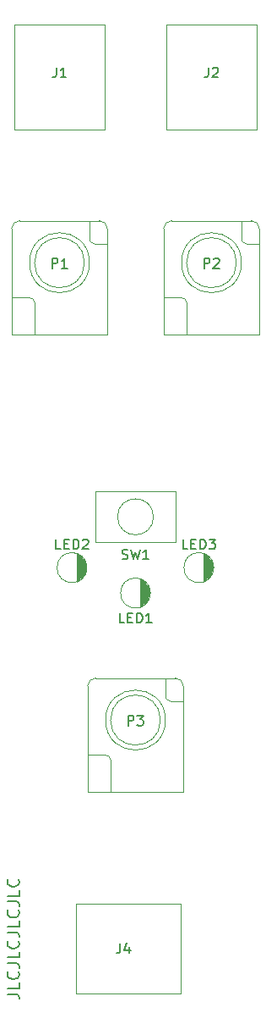
<source format=gbr>
%TF.GenerationSoftware,KiCad,Pcbnew,(6.0.2)*%
%TF.CreationDate,2022-09-19T13:12:04+01:00*%
%TF.ProjectId,comparator,636f6d70-6172-4617-946f-722e6b696361,rev?*%
%TF.SameCoordinates,Original*%
%TF.FileFunction,Legend,Top*%
%TF.FilePolarity,Positive*%
%FSLAX46Y46*%
G04 Gerber Fmt 4.6, Leading zero omitted, Abs format (unit mm)*
G04 Created by KiCad (PCBNEW (6.0.2)) date 2022-09-19 13:12:04*
%MOMM*%
%LPD*%
G01*
G04 APERTURE LIST*
%ADD10C,0.200000*%
%ADD11C,0.150000*%
%ADD12C,0.120000*%
G04 APERTURE END LIST*
D10*
X2390857Y-98506857D02*
X3247999Y-98506857D01*
X3419428Y-98564000D01*
X3533714Y-98678285D01*
X3590857Y-98849714D01*
X3590857Y-98964000D01*
X3590857Y-97364000D02*
X3590857Y-97935428D01*
X2390857Y-97935428D01*
X3476571Y-96278285D02*
X3533714Y-96335428D01*
X3590857Y-96506857D01*
X3590857Y-96621142D01*
X3533714Y-96792571D01*
X3419428Y-96906857D01*
X3305142Y-96964000D01*
X3076571Y-97021142D01*
X2905142Y-97021142D01*
X2676571Y-96964000D01*
X2562285Y-96906857D01*
X2448000Y-96792571D01*
X2390857Y-96621142D01*
X2390857Y-96506857D01*
X2448000Y-96335428D01*
X2505142Y-96278285D01*
X2390857Y-95421142D02*
X3248000Y-95421142D01*
X3419428Y-95478285D01*
X3533714Y-95592571D01*
X3590857Y-95764000D01*
X3590857Y-95878285D01*
X3590857Y-94278285D02*
X3590857Y-94849714D01*
X2390857Y-94849714D01*
X3476571Y-93192571D02*
X3533714Y-93249714D01*
X3590857Y-93421142D01*
X3590857Y-93535428D01*
X3533714Y-93706857D01*
X3419428Y-93821142D01*
X3305142Y-93878285D01*
X3076571Y-93935428D01*
X2905142Y-93935428D01*
X2676571Y-93878285D01*
X2562285Y-93821142D01*
X2448000Y-93706857D01*
X2390857Y-93535428D01*
X2390857Y-93421142D01*
X2448000Y-93249714D01*
X2505142Y-93192571D01*
X2390857Y-92335428D02*
X3248000Y-92335428D01*
X3419428Y-92392571D01*
X3533714Y-92506857D01*
X3590857Y-92678285D01*
X3590857Y-92792571D01*
X3590857Y-91192571D02*
X3590857Y-91764000D01*
X2390857Y-91764000D01*
X3476571Y-90106857D02*
X3533714Y-90164000D01*
X3590857Y-90335428D01*
X3590857Y-90449714D01*
X3533714Y-90621142D01*
X3419428Y-90735428D01*
X3305142Y-90792571D01*
X3076571Y-90849714D01*
X2905142Y-90849714D01*
X2676571Y-90792571D01*
X2562285Y-90735428D01*
X2448000Y-90621142D01*
X2390857Y-90449714D01*
X2390857Y-90335428D01*
X2448000Y-90164000D01*
X2505142Y-90106857D01*
X2390857Y-89249714D02*
X3248000Y-89249714D01*
X3419428Y-89306857D01*
X3533714Y-89421142D01*
X3590857Y-89592571D01*
X3590857Y-89706857D01*
X3590857Y-88106857D02*
X3590857Y-88678285D01*
X2390857Y-88678285D01*
X3476571Y-87021142D02*
X3533714Y-87078285D01*
X3590857Y-87249714D01*
X3590857Y-87364000D01*
X3533714Y-87535428D01*
X3419428Y-87649714D01*
X3305142Y-87706857D01*
X3076571Y-87764000D01*
X2905142Y-87764000D01*
X2676571Y-87706857D01*
X2562285Y-87649714D01*
X2448000Y-87535428D01*
X2390857Y-87364000D01*
X2390857Y-87249714D01*
X2448000Y-87078285D01*
X2505142Y-87021142D01*
D11*
%TO.C,J1*%
X7286666Y-5872380D02*
X7286666Y-6586666D01*
X7239047Y-6729523D01*
X7143809Y-6824761D01*
X7000952Y-6872380D01*
X6905714Y-6872380D01*
X8286666Y-6872380D02*
X7715238Y-6872380D01*
X8000952Y-6872380D02*
X8000952Y-5872380D01*
X7905714Y-6015238D01*
X7810476Y-6110476D01*
X7715238Y-6158095D01*
%TO.C,SW1*%
X13906666Y-55014761D02*
X14049523Y-55062380D01*
X14287619Y-55062380D01*
X14382857Y-55014761D01*
X14430476Y-54967142D01*
X14478095Y-54871904D01*
X14478095Y-54776666D01*
X14430476Y-54681428D01*
X14382857Y-54633809D01*
X14287619Y-54586190D01*
X14097142Y-54538571D01*
X14001904Y-54490952D01*
X13954285Y-54443333D01*
X13906666Y-54348095D01*
X13906666Y-54252857D01*
X13954285Y-54157619D01*
X14001904Y-54110000D01*
X14097142Y-54062380D01*
X14335238Y-54062380D01*
X14478095Y-54110000D01*
X14811428Y-54062380D02*
X15049523Y-55062380D01*
X15240000Y-54348095D01*
X15430476Y-55062380D01*
X15668571Y-54062380D01*
X16573333Y-55062380D02*
X16001904Y-55062380D01*
X16287619Y-55062380D02*
X16287619Y-54062380D01*
X16192380Y-54205238D01*
X16097142Y-54300476D01*
X16001904Y-54348095D01*
%TO.C,LED3*%
X20470952Y-54032380D02*
X19994761Y-54032380D01*
X19994761Y-53032380D01*
X20804285Y-53508571D02*
X21137619Y-53508571D01*
X21280476Y-54032380D02*
X20804285Y-54032380D01*
X20804285Y-53032380D01*
X21280476Y-53032380D01*
X21709047Y-54032380D02*
X21709047Y-53032380D01*
X21947142Y-53032380D01*
X22090000Y-53080000D01*
X22185238Y-53175238D01*
X22232857Y-53270476D01*
X22280476Y-53460952D01*
X22280476Y-53603809D01*
X22232857Y-53794285D01*
X22185238Y-53889523D01*
X22090000Y-53984761D01*
X21947142Y-54032380D01*
X21709047Y-54032380D01*
X22613809Y-53032380D02*
X23232857Y-53032380D01*
X22899523Y-53413333D01*
X23042380Y-53413333D01*
X23137619Y-53460952D01*
X23185238Y-53508571D01*
X23232857Y-53603809D01*
X23232857Y-53841904D01*
X23185238Y-53937142D01*
X23137619Y-53984761D01*
X23042380Y-54032380D01*
X22756666Y-54032380D01*
X22661428Y-53984761D01*
X22613809Y-53937142D01*
%TO.C,LED1*%
X14120952Y-61412380D02*
X13644761Y-61412380D01*
X13644761Y-60412380D01*
X14454285Y-60888571D02*
X14787619Y-60888571D01*
X14930476Y-61412380D02*
X14454285Y-61412380D01*
X14454285Y-60412380D01*
X14930476Y-60412380D01*
X15359047Y-61412380D02*
X15359047Y-60412380D01*
X15597142Y-60412380D01*
X15740000Y-60460000D01*
X15835238Y-60555238D01*
X15882857Y-60650476D01*
X15930476Y-60840952D01*
X15930476Y-60983809D01*
X15882857Y-61174285D01*
X15835238Y-61269523D01*
X15740000Y-61364761D01*
X15597142Y-61412380D01*
X15359047Y-61412380D01*
X16882857Y-61412380D02*
X16311428Y-61412380D01*
X16597142Y-61412380D02*
X16597142Y-60412380D01*
X16501904Y-60555238D01*
X16406666Y-60650476D01*
X16311428Y-60698095D01*
%TO.C,J2*%
X22526666Y-5872380D02*
X22526666Y-6586666D01*
X22479047Y-6729523D01*
X22383809Y-6824761D01*
X22240952Y-6872380D01*
X22145714Y-6872380D01*
X22955238Y-5967619D02*
X23002857Y-5920000D01*
X23098095Y-5872380D01*
X23336190Y-5872380D01*
X23431428Y-5920000D01*
X23479047Y-5967619D01*
X23526666Y-6062857D01*
X23526666Y-6158095D01*
X23479047Y-6300952D01*
X22907619Y-6872380D01*
X23526666Y-6872380D01*
%TO.C,P2*%
X22121904Y-25952380D02*
X22121904Y-24952380D01*
X22502857Y-24952380D01*
X22598095Y-25000000D01*
X22645714Y-25047619D01*
X22693333Y-25142857D01*
X22693333Y-25285714D01*
X22645714Y-25380952D01*
X22598095Y-25428571D01*
X22502857Y-25476190D01*
X22121904Y-25476190D01*
X23074285Y-25047619D02*
X23121904Y-25000000D01*
X23217142Y-24952380D01*
X23455238Y-24952380D01*
X23550476Y-25000000D01*
X23598095Y-25047619D01*
X23645714Y-25142857D01*
X23645714Y-25238095D01*
X23598095Y-25380952D01*
X23026666Y-25952380D01*
X23645714Y-25952380D01*
%TO.C,LED2*%
X7750952Y-54032380D02*
X7274761Y-54032380D01*
X7274761Y-53032380D01*
X8084285Y-53508571D02*
X8417619Y-53508571D01*
X8560476Y-54032380D02*
X8084285Y-54032380D01*
X8084285Y-53032380D01*
X8560476Y-53032380D01*
X8989047Y-54032380D02*
X8989047Y-53032380D01*
X9227142Y-53032380D01*
X9370000Y-53080000D01*
X9465238Y-53175238D01*
X9512857Y-53270476D01*
X9560476Y-53460952D01*
X9560476Y-53603809D01*
X9512857Y-53794285D01*
X9465238Y-53889523D01*
X9370000Y-53984761D01*
X9227142Y-54032380D01*
X8989047Y-54032380D01*
X9941428Y-53127619D02*
X9989047Y-53080000D01*
X10084285Y-53032380D01*
X10322380Y-53032380D01*
X10417619Y-53080000D01*
X10465238Y-53127619D01*
X10512857Y-53222857D01*
X10512857Y-53318095D01*
X10465238Y-53460952D01*
X9893809Y-54032380D01*
X10512857Y-54032380D01*
%TO.C,J4*%
X13706666Y-93432380D02*
X13706666Y-94146666D01*
X13659047Y-94289523D01*
X13563809Y-94384761D01*
X13420952Y-94432380D01*
X13325714Y-94432380D01*
X14611428Y-93765714D02*
X14611428Y-94432380D01*
X14373333Y-93384761D02*
X14135238Y-94099047D01*
X14754285Y-94099047D01*
%TO.C,P1*%
X6881904Y-25952380D02*
X6881904Y-24952380D01*
X7262857Y-24952380D01*
X7358095Y-25000000D01*
X7405714Y-25047619D01*
X7453333Y-25142857D01*
X7453333Y-25285714D01*
X7405714Y-25380952D01*
X7358095Y-25428571D01*
X7262857Y-25476190D01*
X6881904Y-25476190D01*
X8405714Y-25952380D02*
X7834285Y-25952380D01*
X8120000Y-25952380D02*
X8120000Y-24952380D01*
X8024761Y-25095238D01*
X7929523Y-25190476D01*
X7834285Y-25238095D01*
%TO.C,P3*%
X14501904Y-71672380D02*
X14501904Y-70672380D01*
X14882857Y-70672380D01*
X14978095Y-70720000D01*
X15025714Y-70767619D01*
X15073333Y-70862857D01*
X15073333Y-71005714D01*
X15025714Y-71100952D01*
X14978095Y-71148571D01*
X14882857Y-71196190D01*
X14501904Y-71196190D01*
X15406666Y-70672380D02*
X16025714Y-70672380D01*
X15692380Y-71053333D01*
X15835238Y-71053333D01*
X15930476Y-71100952D01*
X15978095Y-71148571D01*
X16025714Y-71243809D01*
X16025714Y-71481904D01*
X15978095Y-71577142D01*
X15930476Y-71624761D01*
X15835238Y-71672380D01*
X15549523Y-71672380D01*
X15454285Y-71624761D01*
X15406666Y-71577142D01*
D12*
%TO.C,J1*%
X12120000Y-12120000D02*
X3120000Y-12120000D01*
X3120000Y-12120000D02*
X3120000Y-1620000D01*
X3120000Y-1620000D02*
X12120000Y-1620000D01*
X12120000Y-1620000D02*
X12120000Y-12120000D01*
%TO.C,SW1*%
X11240000Y-48260000D02*
X19240000Y-48260000D01*
X19240000Y-48260000D02*
X19240000Y-53340000D01*
X19240000Y-53340000D02*
X11240000Y-53340000D01*
X11240000Y-53340000D02*
X11240000Y-48260000D01*
X17036051Y-50800000D02*
G75*
G03*
X17036051Y-50800000I-1796051J0D01*
G01*
%TO.C,LED3*%
X23090000Y-55880000D02*
G75*
G03*
X23090000Y-55880000I-1500000J0D01*
G01*
X22990000Y-56080000D02*
X22890000Y-56580000D01*
X22890000Y-56580000D02*
X22490000Y-56980000D01*
X22490000Y-56980000D02*
X22090000Y-57280000D01*
X22090000Y-57280000D02*
X22090000Y-54480000D01*
X22090000Y-54480000D02*
X22390000Y-54680000D01*
X22390000Y-54680000D02*
X22690000Y-54980000D01*
X22690000Y-54980000D02*
X22990000Y-55480000D01*
X22990000Y-55480000D02*
X22990000Y-56080000D01*
G36*
X22390000Y-54680000D02*
G01*
X22690000Y-54980000D01*
X22990000Y-55480000D01*
X22990000Y-56080000D01*
X22890000Y-56580000D01*
X22490000Y-56980000D01*
X22090000Y-57280000D01*
X22090000Y-54480000D01*
X22390000Y-54680000D01*
G37*
X22390000Y-54680000D02*
X22690000Y-54980000D01*
X22990000Y-55480000D01*
X22990000Y-56080000D01*
X22890000Y-56580000D01*
X22490000Y-56980000D01*
X22090000Y-57280000D01*
X22090000Y-54480000D01*
X22390000Y-54680000D01*
%TO.C,LED1*%
X16740000Y-58420000D02*
G75*
G03*
X16740000Y-58420000I-1500000J0D01*
G01*
X16640000Y-58620000D02*
X16540000Y-59120000D01*
X16540000Y-59120000D02*
X16140000Y-59520000D01*
X16140000Y-59520000D02*
X15740000Y-59820000D01*
X15740000Y-59820000D02*
X15740000Y-57020000D01*
X15740000Y-57020000D02*
X16040000Y-57220000D01*
X16040000Y-57220000D02*
X16340000Y-57520000D01*
X16340000Y-57520000D02*
X16640000Y-58020000D01*
X16640000Y-58020000D02*
X16640000Y-58620000D01*
G36*
X16040000Y-57220000D02*
G01*
X16340000Y-57520000D01*
X16640000Y-58020000D01*
X16640000Y-58620000D01*
X16540000Y-59120000D01*
X16140000Y-59520000D01*
X15740000Y-59820000D01*
X15740000Y-57020000D01*
X16040000Y-57220000D01*
G37*
X16040000Y-57220000D02*
X16340000Y-57520000D01*
X16640000Y-58020000D01*
X16640000Y-58620000D01*
X16540000Y-59120000D01*
X16140000Y-59520000D01*
X15740000Y-59820000D01*
X15740000Y-57020000D01*
X16040000Y-57220000D01*
%TO.C,J2*%
X27360000Y-12120000D02*
X18360000Y-12120000D01*
X18360000Y-12120000D02*
X18360000Y-1620000D01*
X18360000Y-1620000D02*
X27360000Y-1620000D01*
X27360000Y-1620000D02*
X27360000Y-12120000D01*
%TO.C,P2*%
X27660000Y-32550000D02*
X18060000Y-32550000D01*
X26360000Y-23500000D02*
X27660000Y-23500000D01*
X20360000Y-32600000D02*
X20360000Y-29400000D01*
X27660000Y-22000000D02*
X27660000Y-32550000D01*
X18060000Y-32550000D02*
X18060000Y-22000000D01*
X19860000Y-28900000D02*
X18060000Y-28900000D01*
X25860000Y-21200000D02*
X25860000Y-23000000D01*
X26860000Y-21200000D02*
X18860000Y-21200000D01*
X20360000Y-29400000D02*
G75*
G03*
X19860000Y-28900000I-500001J-1D01*
G01*
X25860000Y-23000000D02*
G75*
G03*
X26360000Y-23500000I500001J1D01*
G01*
X18860000Y-21200000D02*
G75*
G03*
X18060000Y-22000000I1J-800001D01*
G01*
X27660000Y-22000000D02*
G75*
G03*
X26860000Y-21200000I-800001J-1D01*
G01*
X25860000Y-25400000D02*
G75*
G03*
X25860000Y-25400000I-3000000J0D01*
G01*
X25360000Y-25400000D02*
G75*
G03*
X25360000Y-25400000I-2500000J0D01*
G01*
%TO.C,LED2*%
X10370000Y-55880000D02*
G75*
G03*
X10370000Y-55880000I-1500000J0D01*
G01*
X10270000Y-56080000D02*
X10170000Y-56580000D01*
X10170000Y-56580000D02*
X9770000Y-56980000D01*
X9770000Y-56980000D02*
X9370000Y-57280000D01*
X9370000Y-57280000D02*
X9370000Y-54480000D01*
X9370000Y-54480000D02*
X9670000Y-54680000D01*
X9670000Y-54680000D02*
X9970000Y-54980000D01*
X9970000Y-54980000D02*
X10270000Y-55480000D01*
X10270000Y-55480000D02*
X10270000Y-56080000D01*
G36*
X9670000Y-54680000D02*
G01*
X9970000Y-54980000D01*
X10270000Y-55480000D01*
X10270000Y-56080000D01*
X10170000Y-56580000D01*
X9770000Y-56980000D01*
X9370000Y-57280000D01*
X9370000Y-54480000D01*
X9670000Y-54680000D01*
G37*
X9670000Y-54680000D02*
X9970000Y-54980000D01*
X10270000Y-55480000D01*
X10270000Y-56080000D01*
X10170000Y-56580000D01*
X9770000Y-56980000D01*
X9370000Y-57280000D01*
X9370000Y-54480000D01*
X9670000Y-54680000D01*
%TO.C,J4*%
X19740000Y-89480000D02*
X9240000Y-89480000D01*
X9240000Y-89480000D02*
X9240000Y-98480000D01*
X9240000Y-98480000D02*
X19740000Y-98480000D01*
X19740000Y-98480000D02*
X19740000Y-89480000D01*
%TO.C,P1*%
X10620000Y-21200000D02*
X10620000Y-23000000D01*
X5120000Y-32600000D02*
X5120000Y-29400000D01*
X2820000Y-32550000D02*
X2820000Y-22000000D01*
X4620000Y-28900000D02*
X2820000Y-28900000D01*
X11120000Y-23500000D02*
X12420000Y-23500000D01*
X11620000Y-21200000D02*
X3620000Y-21200000D01*
X12420000Y-22000000D02*
X12420000Y-32550000D01*
X12420000Y-32550000D02*
X2820000Y-32550000D01*
X12420000Y-22000000D02*
G75*
G03*
X11620000Y-21200000I-800001J-1D01*
G01*
X10620000Y-23000000D02*
G75*
G03*
X11120000Y-23500000I500001J1D01*
G01*
X5120000Y-29400000D02*
G75*
G03*
X4620000Y-28900000I-500001J-1D01*
G01*
X3620000Y-21200000D02*
G75*
G03*
X2820000Y-22000000I1J-800001D01*
G01*
X10120000Y-25400000D02*
G75*
G03*
X10120000Y-25400000I-2500000J0D01*
G01*
X10620000Y-25400000D02*
G75*
G03*
X10620000Y-25400000I-3000000J0D01*
G01*
%TO.C,P3*%
X12740000Y-78320000D02*
X12740000Y-75120000D01*
X12240000Y-74620000D02*
X10440000Y-74620000D01*
X18740000Y-69220000D02*
X20040000Y-69220000D01*
X10440000Y-78270000D02*
X10440000Y-67720000D01*
X19240000Y-66920000D02*
X11240000Y-66920000D01*
X18240000Y-66920000D02*
X18240000Y-68720000D01*
X20040000Y-78270000D02*
X10440000Y-78270000D01*
X20040000Y-67720000D02*
X20040000Y-78270000D01*
X18240000Y-68720000D02*
G75*
G03*
X18740000Y-69220000I500001J1D01*
G01*
X12740000Y-75120000D02*
G75*
G03*
X12240000Y-74620000I-500001J-1D01*
G01*
X20040000Y-67720000D02*
G75*
G03*
X19240000Y-66920000I-800001J-1D01*
G01*
X11240000Y-66920000D02*
G75*
G03*
X10440000Y-67720000I1J-800001D01*
G01*
X18240000Y-71120000D02*
G75*
G03*
X18240000Y-71120000I-3000000J0D01*
G01*
X17740000Y-71120000D02*
G75*
G03*
X17740000Y-71120000I-2500000J0D01*
G01*
%TD*%
M02*

</source>
